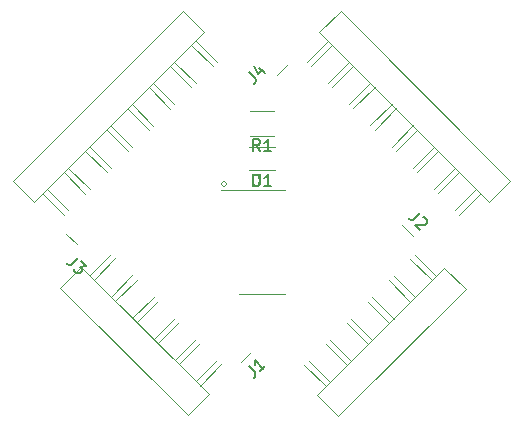
<source format=gbr>
%TF.GenerationSoftware,KiCad,Pcbnew,8.0.1*%
%TF.CreationDate,2024-04-23T14:14:13-04:00*%
%TF.ProjectId,mainboard,6d61696e-626f-4617-9264-2e6b69636164,rev?*%
%TF.SameCoordinates,Original*%
%TF.FileFunction,Legend,Top*%
%TF.FilePolarity,Positive*%
%FSLAX46Y46*%
G04 Gerber Fmt 4.6, Leading zero omitted, Abs format (unit mm)*
G04 Created by KiCad (PCBNEW 8.0.1) date 2024-04-23 14:14:13*
%MOMM*%
%LPD*%
G01*
G04 APERTURE LIST*
%ADD10C,0.150000*%
%ADD11C,0.120000*%
G04 APERTURE END LIST*
D10*
X169833333Y-77804819D02*
X169500000Y-77328628D01*
X169261905Y-77804819D02*
X169261905Y-76804819D01*
X169261905Y-76804819D02*
X169642857Y-76804819D01*
X169642857Y-76804819D02*
X169738095Y-76852438D01*
X169738095Y-76852438D02*
X169785714Y-76900057D01*
X169785714Y-76900057D02*
X169833333Y-76995295D01*
X169833333Y-76995295D02*
X169833333Y-77138152D01*
X169833333Y-77138152D02*
X169785714Y-77233390D01*
X169785714Y-77233390D02*
X169738095Y-77281009D01*
X169738095Y-77281009D02*
X169642857Y-77328628D01*
X169642857Y-77328628D02*
X169261905Y-77328628D01*
X170785714Y-77804819D02*
X170214286Y-77804819D01*
X170500000Y-77804819D02*
X170500000Y-76804819D01*
X170500000Y-76804819D02*
X170404762Y-76947676D01*
X170404762Y-76947676D02*
X170309524Y-77042914D01*
X170309524Y-77042914D02*
X170214286Y-77090533D01*
X183407873Y-83064512D02*
X182902797Y-83569588D01*
X182902797Y-83569588D02*
X182768110Y-83636932D01*
X182768110Y-83636932D02*
X182633423Y-83636932D01*
X182633423Y-83636932D02*
X182498736Y-83569588D01*
X182498736Y-83569588D02*
X182431392Y-83502245D01*
X183643575Y-83434901D02*
X183710919Y-83434901D01*
X183710919Y-83434901D02*
X183811934Y-83468573D01*
X183811934Y-83468573D02*
X183980293Y-83636932D01*
X183980293Y-83636932D02*
X184013965Y-83737947D01*
X184013965Y-83737947D02*
X184013965Y-83805290D01*
X184013965Y-83805290D02*
X183980293Y-83906306D01*
X183980293Y-83906306D02*
X183912949Y-83973649D01*
X183912949Y-83973649D02*
X183778262Y-84040993D01*
X183778262Y-84040993D02*
X182970140Y-84040993D01*
X182970140Y-84040993D02*
X183407873Y-84478725D01*
X168872657Y-96040543D02*
X169377734Y-96545620D01*
X169377734Y-96545620D02*
X169445077Y-96680307D01*
X169445077Y-96680307D02*
X169445077Y-96814994D01*
X169445077Y-96814994D02*
X169377734Y-96949681D01*
X169377734Y-96949681D02*
X169310390Y-97017024D01*
X170286871Y-96040543D02*
X169882810Y-96444604D01*
X170084840Y-96242574D02*
X169377734Y-95535467D01*
X169377734Y-95535467D02*
X169411405Y-95703826D01*
X169411405Y-95703826D02*
X169411405Y-95838513D01*
X169411405Y-95838513D02*
X169377734Y-95939528D01*
X169238095Y-79754819D02*
X169238095Y-80564342D01*
X169238095Y-80564342D02*
X169285714Y-80659580D01*
X169285714Y-80659580D02*
X169333333Y-80707200D01*
X169333333Y-80707200D02*
X169428571Y-80754819D01*
X169428571Y-80754819D02*
X169619047Y-80754819D01*
X169619047Y-80754819D02*
X169714285Y-80707200D01*
X169714285Y-80707200D02*
X169761904Y-80659580D01*
X169761904Y-80659580D02*
X169809523Y-80564342D01*
X169809523Y-80564342D02*
X169809523Y-79754819D01*
X170809523Y-80754819D02*
X170238095Y-80754819D01*
X170523809Y-80754819D02*
X170523809Y-79754819D01*
X170523809Y-79754819D02*
X170428571Y-79897676D01*
X170428571Y-79897676D02*
X170333333Y-79992914D01*
X170333333Y-79992914D02*
X170238095Y-80040533D01*
X169261905Y-80804819D02*
X169261905Y-79804819D01*
X169261905Y-79804819D02*
X169500000Y-79804819D01*
X169500000Y-79804819D02*
X169642857Y-79852438D01*
X169642857Y-79852438D02*
X169738095Y-79947676D01*
X169738095Y-79947676D02*
X169785714Y-80042914D01*
X169785714Y-80042914D02*
X169833333Y-80233390D01*
X169833333Y-80233390D02*
X169833333Y-80376247D01*
X169833333Y-80376247D02*
X169785714Y-80566723D01*
X169785714Y-80566723D02*
X169738095Y-80661961D01*
X169738095Y-80661961D02*
X169642857Y-80757200D01*
X169642857Y-80757200D02*
X169500000Y-80804819D01*
X169500000Y-80804819D02*
X169261905Y-80804819D01*
X170785714Y-80804819D02*
X170214286Y-80804819D01*
X170500000Y-80804819D02*
X170500000Y-79804819D01*
X170500000Y-79804819D02*
X170404762Y-79947676D01*
X170404762Y-79947676D02*
X170309524Y-80042914D01*
X170309524Y-80042914D02*
X170214286Y-80090533D01*
X154440346Y-86847946D02*
X153935270Y-87353022D01*
X153935270Y-87353022D02*
X153800583Y-87420366D01*
X153800583Y-87420366D02*
X153665896Y-87420366D01*
X153665896Y-87420366D02*
X153531209Y-87353022D01*
X153531209Y-87353022D02*
X153463865Y-87285679D01*
X154709720Y-87117320D02*
X155147453Y-87555053D01*
X155147453Y-87555053D02*
X154642377Y-87588724D01*
X154642377Y-87588724D02*
X154743392Y-87689740D01*
X154743392Y-87689740D02*
X154777064Y-87790755D01*
X154777064Y-87790755D02*
X154777064Y-87858098D01*
X154777064Y-87858098D02*
X154743392Y-87959114D01*
X154743392Y-87959114D02*
X154575033Y-88127472D01*
X154575033Y-88127472D02*
X154474018Y-88161144D01*
X154474018Y-88161144D02*
X154406674Y-88161144D01*
X154406674Y-88161144D02*
X154305659Y-88127472D01*
X154305659Y-88127472D02*
X154103629Y-87925442D01*
X154103629Y-87925442D02*
X154069957Y-87824427D01*
X154069957Y-87824427D02*
X154069957Y-87757083D01*
X168909646Y-71140748D02*
X169414723Y-71645825D01*
X169414723Y-71645825D02*
X169482066Y-71780512D01*
X169482066Y-71780512D02*
X169482066Y-71915199D01*
X169482066Y-71915199D02*
X169414723Y-72049886D01*
X169414723Y-72049886D02*
X169347379Y-72117229D01*
X169785112Y-70736687D02*
X170256516Y-71208092D01*
X169347379Y-70635672D02*
X169684097Y-71309107D01*
X169684097Y-71309107D02*
X170121829Y-70871374D01*
D11*
%TO.C,R1*%
X169000000Y-74430000D02*
X171000000Y-74430000D01*
X171000000Y-76570000D02*
X169000000Y-76570000D01*
%TO.C,J2*%
X181863783Y-84087475D02*
X182761809Y-84985500D01*
X185455885Y-87679577D02*
X187251937Y-89475628D01*
X184737465Y-88397998D02*
X182941414Y-86601946D01*
X184378255Y-88757208D02*
X182582203Y-86961157D01*
X182941414Y-90194049D02*
X181145363Y-88397998D01*
X182582203Y-90553259D02*
X180786152Y-88757208D01*
X181145363Y-91990100D02*
X179349311Y-90194049D01*
X180786152Y-92349310D02*
X178990101Y-90553259D01*
X179349311Y-93786151D02*
X177553260Y-91990100D01*
X178990101Y-94145362D02*
X177194050Y-92349310D01*
X177553260Y-95582203D02*
X175757209Y-93786151D01*
X177194050Y-95941413D02*
X175397999Y-94145362D01*
X175757209Y-97378254D02*
X173961158Y-95582203D01*
X175397999Y-97737464D02*
X173601947Y-95941413D01*
X174679578Y-98455885D02*
X185455885Y-87679577D01*
X187251937Y-89475628D02*
X176475629Y-100251936D01*
X176475629Y-100251936D02*
X174679578Y-98455885D01*
%TO.C,J1*%
X152927641Y-89407897D02*
X154723692Y-87611846D01*
X163703949Y-100184205D02*
X152927641Y-89407897D01*
X154723692Y-87611846D02*
X165500000Y-98388153D01*
X155442113Y-88330267D02*
X157238164Y-86534215D01*
X155801323Y-88689477D02*
X157597374Y-86893426D01*
X157238164Y-90126318D02*
X159034215Y-88330267D01*
X157597374Y-90485528D02*
X159393426Y-88689477D01*
X159034215Y-91922369D02*
X160830267Y-90126318D01*
X159393426Y-92281579D02*
X161189477Y-90485528D01*
X160830267Y-93718420D02*
X162626318Y-91922369D01*
X161189477Y-94077631D02*
X162985528Y-92281579D01*
X162626318Y-95514471D02*
X164422369Y-93718420D01*
X162985528Y-95873682D02*
X164781579Y-94077631D01*
X164422369Y-97310523D02*
X166218420Y-95514471D01*
X164781579Y-97669733D02*
X166577631Y-95873682D01*
X165500000Y-98388153D02*
X163703949Y-100184205D01*
X169092102Y-94796051D02*
X168194077Y-95694077D01*
%TO.C,U1*%
X170000000Y-81065000D02*
X166550000Y-81065000D01*
X170000000Y-81065000D02*
X171950000Y-81065000D01*
X170000000Y-89935000D02*
X168050000Y-89935000D01*
X170000000Y-89935000D02*
X171950000Y-89935000D01*
X167000000Y-80600000D02*
G75*
G02*
X166600000Y-80600000I-200000J0D01*
G01*
X166600000Y-80600000D02*
G75*
G02*
X167000000Y-80600000I200000J0D01*
G01*
%TO.C,D1*%
X171100000Y-77500000D02*
X168900000Y-77500000D01*
X171100000Y-79450000D02*
X168900000Y-79450000D01*
%TO.C,J3*%
X163313352Y-65959084D02*
X165109403Y-67755135D01*
X148944942Y-80327494D02*
X163313352Y-65959084D01*
X165109403Y-67755135D02*
X150740994Y-82123545D01*
X164390983Y-68473555D02*
X166187034Y-70269607D01*
X164031773Y-68832766D02*
X165827824Y-70628817D01*
X162594932Y-70269607D02*
X164390983Y-72065658D01*
X162235721Y-70628817D02*
X164031773Y-72424868D01*
X160798880Y-72065658D02*
X162594932Y-73861709D01*
X160439670Y-72424868D02*
X162235721Y-74220919D01*
X159002829Y-73861709D02*
X160798880Y-75657760D01*
X158643619Y-74220919D02*
X160439670Y-76016971D01*
X157206778Y-75657760D02*
X159002829Y-77453812D01*
X156847568Y-76016971D02*
X158643619Y-77813022D01*
X155410727Y-77453812D02*
X157206778Y-79249863D01*
X155051516Y-77813022D02*
X156847568Y-79609073D01*
X153614676Y-79249863D02*
X155410727Y-81045914D01*
X153255465Y-79609073D02*
X155051516Y-81405124D01*
X151818624Y-81045914D02*
X153614676Y-82841965D01*
X151459414Y-81405124D02*
X153255465Y-83201176D01*
X150740994Y-82123545D02*
X148944942Y-80327494D01*
X154333096Y-85715647D02*
X153435070Y-84817622D01*
%TO.C,J4*%
X171284353Y-71333096D02*
X172182378Y-70435070D01*
X174876455Y-67740994D02*
X176672506Y-65944942D01*
X175594876Y-68459414D02*
X173798824Y-70255465D01*
X175954086Y-68818624D02*
X174158035Y-70614676D01*
X177390927Y-70255465D02*
X175594876Y-72051516D01*
X177750137Y-70614676D02*
X175954086Y-72410727D01*
X179186978Y-72051516D02*
X177390927Y-73847568D01*
X179546188Y-72410727D02*
X177750137Y-74206778D01*
X180983029Y-73847568D02*
X179186978Y-75643619D01*
X181342240Y-74206778D02*
X179546188Y-76002829D01*
X182779081Y-75643619D02*
X180983029Y-77439670D01*
X183138291Y-76002829D02*
X181342240Y-77798880D01*
X184575132Y-77439670D02*
X182779081Y-79235721D01*
X184934342Y-77798880D02*
X183138291Y-79594932D01*
X186371183Y-79235721D02*
X184575132Y-81031773D01*
X186730393Y-79594932D02*
X184934342Y-81390983D01*
X188167234Y-81031773D02*
X186371183Y-82827824D01*
X188526445Y-81390983D02*
X186730393Y-83187034D01*
X189244865Y-82109403D02*
X174876455Y-67740994D01*
X176672506Y-65944942D02*
X191040916Y-80313352D01*
X191040916Y-80313352D02*
X189244865Y-82109403D01*
%TD*%
M02*

</source>
